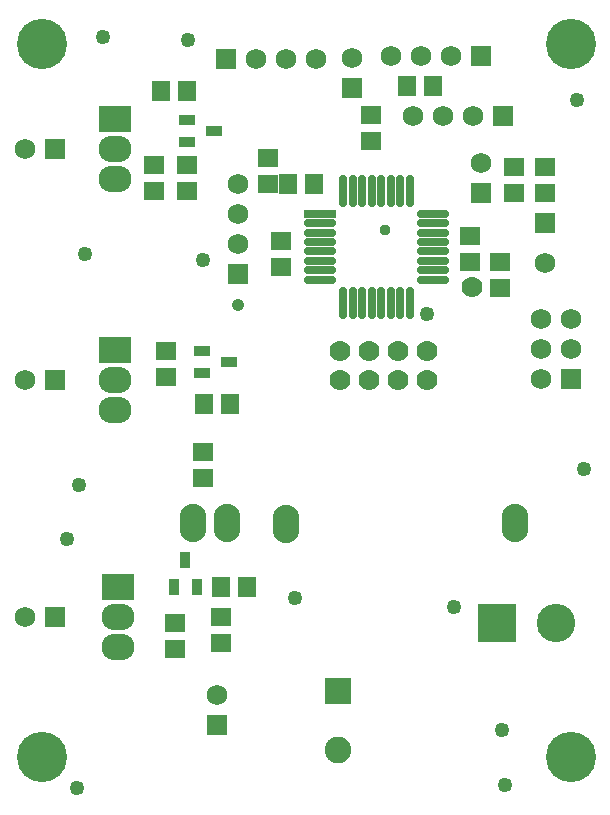
<source format=gts>
%FSTAX24Y24*%
%MOIN*%
%SFA1B1*%

%IPPOS*%
%ADD52R,0.069100X0.061200*%
%ADD53O,0.027700X0.108400*%
%ADD54O,0.108400X0.027700*%
%ADD55R,0.108400X0.027700*%
%ADD56R,0.061200X0.069100*%
%ADD57R,0.033600X0.055300*%
%ADD58R,0.055300X0.033600*%
%ADD59O,0.088700X0.128100*%
%ADD60C,0.049400*%
%ADD61R,0.069100X0.069100*%
%ADD62C,0.069100*%
%ADD63C,0.041500*%
%ADD64R,0.069100X0.069100*%
%ADD65O,0.110000X0.088700*%
%ADD66R,0.110000X0.088700*%
%ADD67C,0.070000*%
%ADD68R,0.088700X0.088700*%
%ADD69C,0.088700*%
%ADD70C,0.128100*%
%ADD71R,0.128100X0.128100*%
%ADD72C,0.167500*%
%ADD73C,0.037600*%
%LNpcb-1*%
%LPD*%
G54D52*
X02655Y039416D03*
Y03855D03*
X0282Y029866D03*
Y029D03*
X0288Y024366D03*
Y0235D03*
X0381Y035334D03*
Y0362D03*
X0371Y036184D03*
Y03705D03*
X03035Y039666D03*
Y0388D03*
X0338Y040234D03*
Y0411D03*
X0396Y039366D03*
Y0385D03*
X0308Y0369D03*
Y036034D03*
X03855Y039366D03*
Y0385D03*
X02765Y039416D03*
Y03855D03*
X02695Y033224D03*
Y032358D03*
X02725Y02415D03*
Y023284D03*
G54D53*
X032868Y038568D03*
X033183D03*
X033498D03*
X033813D03*
X034128D03*
X034443D03*
X034757D03*
X035072D03*
Y034828D03*
X034757D03*
X034443D03*
X034128D03*
X033813D03*
X033498D03*
X033183D03*
X032868D03*
G54D54*
X03584Y0378D03*
Y037485D03*
Y03717D03*
Y036855D03*
Y03654D03*
Y036225D03*
Y03591D03*
Y035595D03*
X0321D03*
Y03591D03*
Y036225D03*
Y03654D03*
Y036855D03*
Y03717D03*
Y037485D03*
G54D55*
X0321Y0378D03*
G54D56*
X031034Y0388D03*
X0319D03*
X028234Y03145D03*
X0291D03*
X028784Y02535D03*
X02965D03*
X03585Y04205D03*
X034984D03*
X02765Y0419D03*
X026784D03*
G54D57*
X027226Y025357D03*
X027974D03*
X0276Y026243D03*
G54D58*
X027657Y040924D03*
Y040176D03*
X028543Y04055D03*
X028157Y033224D03*
Y032476D03*
X029043Y03285D03*
G54D59*
X029Y0275D03*
X030938Y027462D03*
X02785Y0275D03*
X0386D03*
G54D60*
X0277Y0436D03*
X0282Y03625D03*
X03565Y03445D03*
X03125Y025D03*
X03815Y0206D03*
X0409Y0293D03*
X02405Y02875D03*
X02365Y02695D03*
X024Y01865D03*
X03825Y01875D03*
X02485Y0437D03*
X02425Y03645D03*
X03655Y0247D03*
X04065Y0416D03*
G54D61*
X02865Y02075D03*
X0396Y0375D03*
X03745Y0385D03*
X02935Y0358D03*
X03315Y042D03*
X04045Y0323D03*
G54D62*
X02865Y02175D03*
X02225Y02435D03*
X0352Y04105D03*
X0362D03*
X0372D03*
X02225Y03225D03*
Y03995D03*
X0396Y036161D03*
X03745Y0395D03*
X03445Y04305D03*
X03545D03*
X03645D03*
X02935Y0368D03*
Y0378D03*
Y0388D03*
X03315Y043D03*
X03945Y0323D03*
X04045Y0343D03*
X03945Y0333D03*
X04045D03*
X03945Y0343D03*
X03195Y04295D03*
X03095D03*
X02995D03*
G54D63*
X02935Y03475D03*
G54D64*
X02325Y02435D03*
X0382Y04105D03*
X02325Y03225D03*
Y03995D03*
X03745Y04305D03*
X02895Y04295D03*
G54D65*
X02535Y02335D03*
Y02435D03*
X02525Y03895D03*
Y03995D03*
Y03125D03*
Y03225D03*
G54D66*
X02535Y02535D03*
X02525Y04095D03*
Y03325D03*
G54D67*
X032756Y03225D03*
X033721D03*
X034685D03*
X03565D03*
X032756Y033215D03*
X033721D03*
X034685D03*
X03565D03*
X03715Y03535D03*
G54D68*
X0327Y0219D03*
G54D69*
X0327Y019931D03*
G54D70*
X039969Y02415D03*
G54D71*
X038Y02415D03*
G54D72*
X04045Y04345D03*
Y0197D03*
X022835D03*
Y04345D03*
G54D73*
X03425Y03725D03*
M02*
</source>
